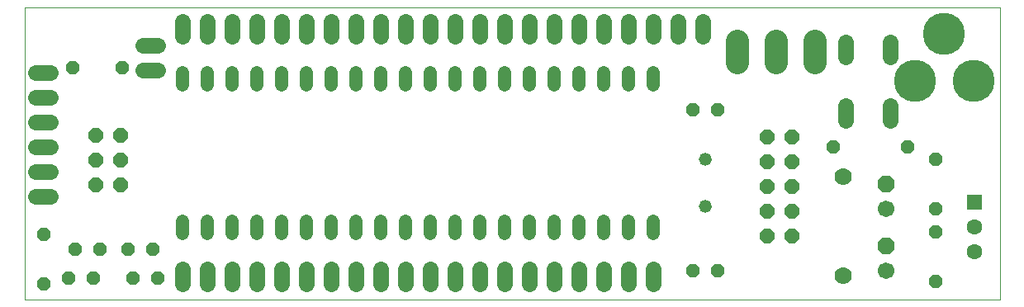
<source format=gbs>
G75*
G70*
%OFA0B0*%
%FSLAX24Y24*%
%IPPOS*%
%LPD*%
%AMOC8*
5,1,8,0,0,1.08239X$1,22.5*
%
%ADD10C,0.0000*%
%ADD11C,0.0520*%
%ADD12OC8,0.0520*%
%ADD13OC8,0.0580*%
%ADD14C,0.0640*%
%ADD15C,0.0520*%
%ADD16C,0.0700*%
%ADD17R,0.0631X0.0631*%
%ADD18C,0.0631*%
%ADD19OC8,0.0670*%
%ADD20C,0.0670*%
%ADD21C,0.0926*%
%ADD22C,0.1700*%
D10*
X001131Y001300D02*
X001131Y013111D01*
X040501Y013111D01*
X040501Y001300D01*
X001131Y001300D01*
D11*
X007525Y003985D02*
X007525Y004465D01*
X008525Y004465D02*
X008525Y003985D01*
X009525Y003985D02*
X009525Y004465D01*
X010525Y004465D02*
X010525Y003985D01*
X011525Y003985D02*
X011525Y004465D01*
X012525Y004465D02*
X012525Y003985D01*
X013525Y003985D02*
X013525Y004465D01*
X014525Y004465D02*
X014525Y003985D01*
X015525Y003985D02*
X015525Y004465D01*
X016525Y004465D02*
X016525Y003985D01*
X017525Y003985D02*
X017525Y004465D01*
X018525Y004465D02*
X018525Y003985D01*
X019525Y003985D02*
X019525Y004465D01*
X020525Y004465D02*
X020525Y003985D01*
X021525Y003985D02*
X021525Y004465D01*
X022525Y004465D02*
X022525Y003985D01*
X023525Y003985D02*
X023525Y004465D01*
X024525Y004465D02*
X024525Y003985D01*
X025525Y003985D02*
X025525Y004465D01*
X026525Y004465D02*
X026525Y003985D01*
X026525Y009985D02*
X026525Y010465D01*
X025525Y010465D02*
X025525Y009985D01*
X024525Y009985D02*
X024525Y010465D01*
X023525Y010465D02*
X023525Y009985D01*
X022525Y009985D02*
X022525Y010465D01*
X021525Y010465D02*
X021525Y009985D01*
X020525Y009985D02*
X020525Y010465D01*
X019525Y010465D02*
X019525Y009985D01*
X018525Y009985D02*
X018525Y010465D01*
X017525Y010465D02*
X017525Y009985D01*
X016525Y009985D02*
X016525Y010465D01*
X015525Y010465D02*
X015525Y009985D01*
X014525Y009985D02*
X014525Y010465D01*
X013525Y010465D02*
X013525Y009985D01*
X012525Y009985D02*
X012525Y010465D01*
X011525Y010465D02*
X011525Y009985D01*
X010525Y009985D02*
X010525Y010465D01*
X009525Y010465D02*
X009525Y009985D01*
X008525Y009985D02*
X008525Y010465D01*
X007525Y010465D02*
X007525Y009985D01*
D12*
X005075Y010675D03*
X003075Y010675D03*
X001925Y003925D03*
X003175Y003325D03*
X004175Y003325D03*
X005325Y003325D03*
X006325Y003325D03*
X006525Y002175D03*
X005525Y002175D03*
X003925Y002175D03*
X002925Y002175D03*
X001925Y001925D03*
X028125Y002475D03*
X029125Y002475D03*
X037925Y002025D03*
X037925Y004025D03*
X037925Y004975D03*
X037925Y006975D03*
X036775Y007475D03*
X033775Y007475D03*
X029125Y008975D03*
X028125Y008975D03*
D13*
X031125Y007875D03*
X032125Y007875D03*
X032125Y006875D03*
X031125Y006875D03*
X031125Y005875D03*
X032125Y005875D03*
X032125Y004875D03*
X031125Y004875D03*
X031125Y003875D03*
X032125Y003875D03*
X005025Y005925D03*
X004025Y005925D03*
X004025Y006925D03*
X005025Y006925D03*
X005025Y007925D03*
X004025Y007925D03*
D14*
X002175Y007475D02*
X001575Y007475D01*
X001575Y006475D02*
X002175Y006475D01*
X002175Y005475D02*
X001575Y005475D01*
X001575Y008475D02*
X002175Y008475D01*
X002175Y009475D02*
X001575Y009475D01*
X001575Y010475D02*
X002175Y010475D01*
X005925Y010575D02*
X006525Y010575D01*
X006525Y011575D02*
X005925Y011575D01*
X007525Y011925D02*
X007525Y012525D01*
X008525Y012525D02*
X008525Y011925D01*
X009525Y011925D02*
X009525Y012525D01*
X010525Y012525D02*
X010525Y011925D01*
X011525Y011925D02*
X011525Y012525D01*
X012525Y012525D02*
X012525Y011925D01*
X013525Y011925D02*
X013525Y012525D01*
X014525Y012525D02*
X014525Y011925D01*
X015525Y011925D02*
X015525Y012525D01*
X016525Y012525D02*
X016525Y011925D01*
X017525Y011925D02*
X017525Y012525D01*
X018525Y012525D02*
X018525Y011925D01*
X019525Y011925D02*
X019525Y012525D01*
X020525Y012525D02*
X020525Y011925D01*
X021525Y011925D02*
X021525Y012525D01*
X022525Y012525D02*
X022525Y011925D01*
X023525Y011925D02*
X023525Y012525D01*
X024525Y012525D02*
X024525Y011925D01*
X025525Y011925D02*
X025525Y012525D01*
X026525Y012525D02*
X026525Y011925D01*
X027525Y011925D02*
X027525Y012525D01*
X028525Y012525D02*
X028525Y011925D01*
X034285Y011705D02*
X034285Y011105D01*
X036065Y011105D02*
X036065Y011705D01*
X036065Y009145D02*
X036065Y008545D01*
X034285Y008545D02*
X034285Y009145D01*
X026525Y002525D02*
X026525Y001925D01*
X025525Y001925D02*
X025525Y002525D01*
X024525Y002525D02*
X024525Y001925D01*
X023525Y001925D02*
X023525Y002525D01*
X022525Y002525D02*
X022525Y001925D01*
X021525Y001925D02*
X021525Y002525D01*
X020525Y002525D02*
X020525Y001925D01*
X019525Y001925D02*
X019525Y002525D01*
X018525Y002525D02*
X018525Y001925D01*
X017525Y001925D02*
X017525Y002525D01*
X016525Y002525D02*
X016525Y001925D01*
X015525Y001925D02*
X015525Y002525D01*
X014525Y002525D02*
X014525Y001925D01*
X013525Y001925D02*
X013525Y002525D01*
X012525Y002525D02*
X012525Y001925D01*
X011525Y001925D02*
X011525Y002525D01*
X010525Y002525D02*
X010525Y001925D01*
X009525Y001925D02*
X009525Y002525D01*
X008525Y002525D02*
X008525Y001925D01*
X007525Y001925D02*
X007525Y002525D01*
D15*
X028625Y005075D03*
X028625Y006975D03*
D16*
X034175Y006275D03*
X034175Y002275D03*
D17*
X039475Y005225D03*
D18*
X039475Y004225D03*
X039475Y003225D03*
D19*
X035925Y003475D03*
X035925Y005975D03*
D20*
X035925Y004975D03*
X035925Y002475D03*
D21*
X033052Y010856D02*
X033052Y011742D01*
X031481Y011746D02*
X031481Y010860D01*
X029910Y010860D02*
X029910Y011746D01*
D22*
X037081Y010125D03*
X039444Y010125D03*
X038243Y012054D03*
M02*

</source>
